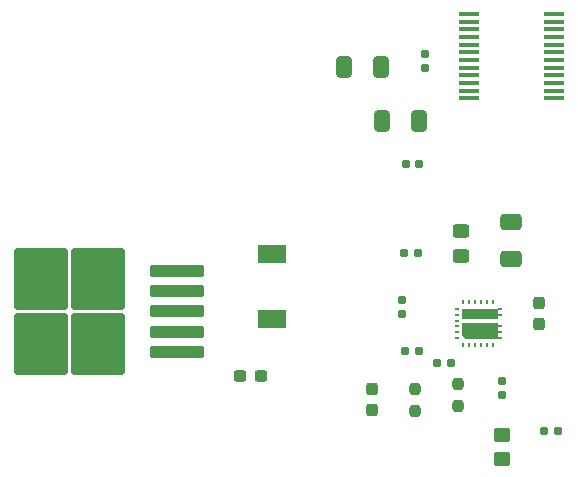
<source format=gbr>
%TF.GenerationSoftware,KiCad,Pcbnew,8.0.4*%
%TF.CreationDate,2025-07-07T11:58:56-07:00*%
%TF.ProjectId,board,626f6172-642e-46b6-9963-61645f706362,rev?*%
%TF.SameCoordinates,Original*%
%TF.FileFunction,Paste,Top*%
%TF.FilePolarity,Positive*%
%FSLAX46Y46*%
G04 Gerber Fmt 4.6, Leading zero omitted, Abs format (unit mm)*
G04 Created by KiCad (PCBNEW 8.0.4) date 2025-07-07 11:58:56*
%MOMM*%
%LPD*%
G01*
G04 APERTURE LIST*
G04 Aperture macros list*
%AMRoundRect*
0 Rectangle with rounded corners*
0 $1 Rounding radius*
0 $2 $3 $4 $5 $6 $7 $8 $9 X,Y pos of 4 corners*
0 Add a 4 corners polygon primitive as box body*
4,1,4,$2,$3,$4,$5,$6,$7,$8,$9,$2,$3,0*
0 Add four circle primitives for the rounded corners*
1,1,$1+$1,$2,$3*
1,1,$1+$1,$4,$5*
1,1,$1+$1,$6,$7*
1,1,$1+$1,$8,$9*
0 Add four rect primitives between the rounded corners*
20,1,$1+$1,$2,$3,$4,$5,0*
20,1,$1+$1,$4,$5,$6,$7,0*
20,1,$1+$1,$6,$7,$8,$9,0*
20,1,$1+$1,$8,$9,$2,$3,0*%
%AMOutline5P*
0 Free polygon, 5 corners , with rotation*
0 The origin of the aperture is its center*
0 number of corners: always 5*
0 $1 to $10 corner X, Y*
0 $11 Rotation angle, in degrees counterclockwise*
0 create outline with 5 corners*
4,1,5,$1,$2,$3,$4,$5,$6,$7,$8,$9,$10,$1,$2,$11*%
%AMOutline6P*
0 Free polygon, 6 corners , with rotation*
0 The origin of the aperture is its center*
0 number of corners: always 6*
0 $1 to $12 corner X, Y*
0 $13 Rotation angle, in degrees counterclockwise*
0 create outline with 6 corners*
4,1,6,$1,$2,$3,$4,$5,$6,$7,$8,$9,$10,$11,$12,$1,$2,$13*%
%AMOutline7P*
0 Free polygon, 7 corners , with rotation*
0 The origin of the aperture is its center*
0 number of corners: always 7*
0 $1 to $14 corner X, Y*
0 $15 Rotation angle, in degrees counterclockwise*
0 create outline with 7 corners*
4,1,7,$1,$2,$3,$4,$5,$6,$7,$8,$9,$10,$11,$12,$13,$14,$1,$2,$15*%
%AMOutline8P*
0 Free polygon, 8 corners , with rotation*
0 The origin of the aperture is its center*
0 number of corners: always 8*
0 $1 to $16 corner X, Y*
0 $17 Rotation angle, in degrees counterclockwise*
0 create outline with 8 corners*
4,1,8,$1,$2,$3,$4,$5,$6,$7,$8,$9,$10,$11,$12,$13,$14,$15,$16,$1,$2,$17*%
G04 Aperture macros list end*
%ADD10RoundRect,0.237500X0.300000X0.237500X-0.300000X0.237500X-0.300000X-0.237500X0.300000X-0.237500X0*%
%ADD11RoundRect,0.250000X2.050000X0.300000X-2.050000X0.300000X-2.050000X-0.300000X2.050000X-0.300000X0*%
%ADD12RoundRect,0.250000X2.025000X2.375000X-2.025000X2.375000X-2.025000X-2.375000X2.025000X-2.375000X0*%
%ADD13RoundRect,0.160000X-0.197500X-0.160000X0.197500X-0.160000X0.197500X0.160000X-0.197500X0.160000X0*%
%ADD14R,1.750000X0.450000*%
%ADD15RoundRect,0.160000X0.160000X-0.197500X0.160000X0.197500X-0.160000X0.197500X-0.160000X-0.197500X0*%
%ADD16RoundRect,0.155000X0.212500X0.155000X-0.212500X0.155000X-0.212500X-0.155000X0.212500X-0.155000X0*%
%ADD17RoundRect,0.237500X0.237500X-0.300000X0.237500X0.300000X-0.237500X0.300000X-0.237500X-0.300000X0*%
%ADD18RoundRect,0.250000X-0.650000X0.412500X-0.650000X-0.412500X0.650000X-0.412500X0.650000X0.412500X0*%
%ADD19RoundRect,0.250000X0.412500X0.650000X-0.412500X0.650000X-0.412500X-0.650000X0.412500X-0.650000X0*%
%ADD20R,2.400000X1.500000*%
%ADD21RoundRect,0.160000X-0.160000X0.197500X-0.160000X-0.197500X0.160000X-0.197500X0.160000X0.197500X0*%
%ADD22RoundRect,0.237500X-0.237500X0.300000X-0.237500X-0.300000X0.237500X-0.300000X0.237500X0.300000X0*%
%ADD23RoundRect,0.237500X-0.237500X0.250000X-0.237500X-0.250000X0.237500X-0.250000X0.237500X0.250000X0*%
%ADD24RoundRect,0.250000X-0.450000X0.325000X-0.450000X-0.325000X0.450000X-0.325000X0.450000X0.325000X0*%
%ADD25RoundRect,0.155000X0.155000X-0.212500X0.155000X0.212500X-0.155000X0.212500X-0.155000X-0.212500X0*%
%ADD26RoundRect,0.250000X-0.450000X0.350000X-0.450000X-0.350000X0.450000X-0.350000X0.450000X0.350000X0*%
%ADD27R,0.254000X0.457200*%
%ADD28R,0.330200X0.254000*%
%ADD29R,0.457200X0.254000*%
%ADD30Outline5P,-0.653500X1.291600X-0.392100X1.553000X0.653500X1.553000X0.653500X-1.553000X-0.653500X-1.553000X90.000000*%
%ADD31R,3.099000X0.950000*%
G04 APERTURE END LIST*
D10*
%TO.C,C6*%
X96562500Y-141600000D03*
X94837500Y-141600000D03*
%TD*%
D11*
%TO.C,U2*%
X89500000Y-139550000D03*
X89500000Y-137850000D03*
X89500000Y-136150000D03*
D12*
X82775000Y-138925000D03*
X82775000Y-133375000D03*
X77925000Y-138925000D03*
X77925000Y-133375000D03*
D11*
X89500000Y-134450000D03*
X89500000Y-132750000D03*
%TD*%
D13*
%TO.C,R3*%
X120550000Y-146300000D03*
X121745000Y-146300000D03*
%TD*%
D14*
%TO.C,U1*%
X121400000Y-118100000D03*
X121400000Y-117450000D03*
X121400000Y-116800000D03*
X121400000Y-116150000D03*
X121400000Y-115500000D03*
X121400000Y-114850000D03*
X121400000Y-114200000D03*
X121400000Y-113550000D03*
X121400000Y-112900000D03*
X121400000Y-112250000D03*
X121400000Y-111600000D03*
X121400000Y-110950000D03*
X114200000Y-110950000D03*
X114200000Y-111600000D03*
X114200000Y-112250000D03*
X114200000Y-112900000D03*
X114200000Y-113550000D03*
X114200000Y-114200000D03*
X114200000Y-114850000D03*
X114200000Y-115500000D03*
X114200000Y-116150000D03*
X114200000Y-116800000D03*
X114200000Y-117450000D03*
X114200000Y-118100000D03*
%TD*%
D15*
%TO.C,R5*%
X117000000Y-143247500D03*
X117000000Y-142052500D03*
%TD*%
D16*
%TO.C,C8*%
X109850000Y-131162500D03*
X108715000Y-131162500D03*
%TD*%
D17*
%TO.C,C10*%
X120100000Y-137175000D03*
X120100000Y-135450000D03*
%TD*%
D18*
%TO.C,C9*%
X117750000Y-128587500D03*
X117750000Y-131712500D03*
%TD*%
D19*
%TO.C,C2*%
X106750000Y-115450000D03*
X103625000Y-115450000D03*
%TD*%
D20*
%TO.C,L1*%
X97550000Y-136800000D03*
X97550000Y-131300000D03*
%TD*%
D21*
%TO.C,R7*%
X108500000Y-135205000D03*
X108500000Y-136400000D03*
%TD*%
D22*
%TO.C,C12*%
X106000000Y-142737500D03*
X106000000Y-144462500D03*
%TD*%
D19*
%TO.C,C4*%
X109975000Y-120000000D03*
X106850000Y-120000000D03*
%TD*%
D23*
%TO.C,R1*%
X109650000Y-142737500D03*
X109650000Y-144562500D03*
%TD*%
D24*
%TO.C,L2*%
X113550000Y-129362500D03*
X113550000Y-131412500D03*
%TD*%
D25*
%TO.C,C1*%
X110500000Y-115517500D03*
X110500000Y-114382500D03*
%TD*%
D26*
%TO.C,R4*%
X117000000Y-146600000D03*
X117000000Y-148600000D03*
%TD*%
D16*
%TO.C,C11*%
X109950000Y-139500000D03*
X108815000Y-139500000D03*
%TD*%
D23*
%TO.C,R2*%
X113250000Y-142300000D03*
X113250000Y-144125000D03*
%TD*%
D27*
%TO.C,U3*%
X113711550Y-138987500D03*
X114211930Y-138987500D03*
X114712310Y-138987500D03*
X115212690Y-138987500D03*
X115713070Y-138987500D03*
X116213450Y-138987500D03*
D28*
X116850990Y-138413450D03*
X116850990Y-137913070D03*
X116850990Y-137412690D03*
X116850990Y-136411930D03*
X116850990Y-135911550D03*
D27*
X116213450Y-135337500D03*
X115713070Y-135337500D03*
X115212690Y-135337500D03*
X114712310Y-135337500D03*
X114211930Y-135337500D03*
X113711550Y-135337500D03*
D29*
X113137510Y-135911550D03*
X113137510Y-136411930D03*
X113137510Y-136912310D03*
X113137510Y-137412690D03*
X113137510Y-137913070D03*
X113137510Y-138413450D03*
D30*
X115132500Y-137822500D03*
D31*
X115132500Y-136322500D03*
%TD*%
D13*
%TO.C,R6*%
X111500000Y-140500000D03*
X112695000Y-140500000D03*
%TD*%
D16*
%TO.C,C3*%
X109975000Y-123650000D03*
X108840000Y-123650000D03*
%TD*%
M02*

</source>
